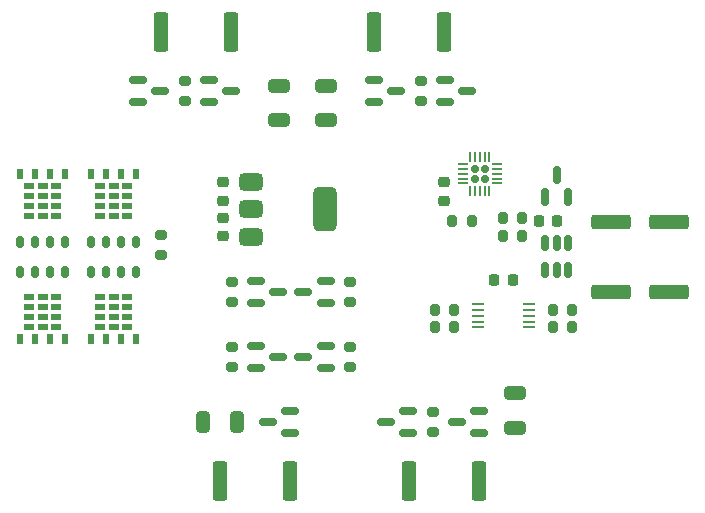
<source format=gtp>
G04 #@! TF.GenerationSoftware,KiCad,Pcbnew,9.0.1*
G04 #@! TF.CreationDate,2025-05-07T20:37:22+02:00*
G04 #@! TF.ProjectId,resistive-BMS-4s,72657369-7374-4697-9665-2d424d532d34,rev?*
G04 #@! TF.SameCoordinates,Original*
G04 #@! TF.FileFunction,Paste,Top*
G04 #@! TF.FilePolarity,Positive*
%FSLAX46Y46*%
G04 Gerber Fmt 4.6, Leading zero omitted, Abs format (unit mm)*
G04 Created by KiCad (PCBNEW 9.0.1) date 2025-05-07 20:37:22*
%MOMM*%
%LPD*%
G01*
G04 APERTURE LIST*
G04 Aperture macros list*
%AMRoundRect*
0 Rectangle with rounded corners*
0 $1 Rounding radius*
0 $2 $3 $4 $5 $6 $7 $8 $9 X,Y pos of 4 corners*
0 Add a 4 corners polygon primitive as box body*
4,1,4,$2,$3,$4,$5,$6,$7,$8,$9,$2,$3,0*
0 Add four circle primitives for the rounded corners*
1,1,$1+$1,$2,$3*
1,1,$1+$1,$4,$5*
1,1,$1+$1,$6,$7*
1,1,$1+$1,$8,$9*
0 Add four rect primitives between the rounded corners*
20,1,$1+$1,$2,$3,$4,$5,0*
20,1,$1+$1,$4,$5,$6,$7,0*
20,1,$1+$1,$6,$7,$8,$9,0*
20,1,$1+$1,$8,$9,$2,$3,0*%
G04 Aperture macros list end*
%ADD10RoundRect,0.200000X0.200000X0.275000X-0.200000X0.275000X-0.200000X-0.275000X0.200000X-0.275000X0*%
%ADD11RoundRect,0.200000X-0.200000X-0.275000X0.200000X-0.275000X0.200000X0.275000X-0.200000X0.275000X0*%
%ADD12R,0.900000X0.600000*%
%ADD13R,0.600000X0.900000*%
%ADD14RoundRect,0.150000X0.150000X0.375000X-0.150000X0.375000X-0.150000X-0.375000X0.150000X-0.375000X0*%
%ADD15RoundRect,0.150000X-0.150000X-0.375000X0.150000X-0.375000X0.150000X0.375000X-0.150000X0.375000X0*%
%ADD16R,1.100000X0.250000*%
%ADD17RoundRect,0.200000X0.275000X-0.200000X0.275000X0.200000X-0.275000X0.200000X-0.275000X-0.200000X0*%
%ADD18RoundRect,0.150000X0.587500X0.150000X-0.587500X0.150000X-0.587500X-0.150000X0.587500X-0.150000X0*%
%ADD19RoundRect,0.250000X0.362500X1.425000X-0.362500X1.425000X-0.362500X-1.425000X0.362500X-1.425000X0*%
%ADD20RoundRect,0.150000X-0.587500X-0.150000X0.587500X-0.150000X0.587500X0.150000X-0.587500X0.150000X0*%
%ADD21RoundRect,0.225000X0.250000X-0.225000X0.250000X0.225000X-0.250000X0.225000X-0.250000X-0.225000X0*%
%ADD22RoundRect,0.250000X-1.425000X0.362500X-1.425000X-0.362500X1.425000X-0.362500X1.425000X0.362500X0*%
%ADD23RoundRect,0.250000X-0.362500X-1.425000X0.362500X-1.425000X0.362500X1.425000X-0.362500X1.425000X0*%
%ADD24RoundRect,0.225000X0.225000X0.250000X-0.225000X0.250000X-0.225000X-0.250000X0.225000X-0.250000X0*%
%ADD25RoundRect,0.250000X-0.650000X0.325000X-0.650000X-0.325000X0.650000X-0.325000X0.650000X0.325000X0*%
%ADD26RoundRect,0.200000X-0.275000X0.200000X-0.275000X-0.200000X0.275000X-0.200000X0.275000X0.200000X0*%
%ADD27RoundRect,0.225000X-0.225000X-0.250000X0.225000X-0.250000X0.225000X0.250000X-0.225000X0.250000X0*%
%ADD28RoundRect,0.150000X0.150000X-0.512500X0.150000X0.512500X-0.150000X0.512500X-0.150000X-0.512500X0*%
%ADD29RoundRect,0.250000X0.650000X-0.325000X0.650000X0.325000X-0.650000X0.325000X-0.650000X-0.325000X0*%
%ADD30RoundRect,0.250000X-0.325000X-0.650000X0.325000X-0.650000X0.325000X0.650000X-0.325000X0.650000X0*%
%ADD31RoundRect,0.167500X-0.167500X-0.167500X0.167500X-0.167500X0.167500X0.167500X-0.167500X0.167500X0*%
%ADD32RoundRect,0.050000X-0.375000X-0.050000X0.375000X-0.050000X0.375000X0.050000X-0.375000X0.050000X0*%
%ADD33RoundRect,0.050000X-0.050000X-0.375000X0.050000X-0.375000X0.050000X0.375000X-0.050000X0.375000X0*%
%ADD34RoundRect,0.150000X0.150000X-0.587500X0.150000X0.587500X-0.150000X0.587500X-0.150000X-0.587500X0*%
%ADD35RoundRect,0.375000X-0.625000X-0.375000X0.625000X-0.375000X0.625000X0.375000X-0.625000X0.375000X0*%
%ADD36RoundRect,0.500000X-0.500000X-1.400000X0.500000X-1.400000X0.500000X1.400000X-0.500000X1.400000X0*%
G04 APERTURE END LIST*
D10*
X110325000Y-97000000D03*
X108675000Y-97000000D03*
D11*
X107175000Y-106000000D03*
X108825000Y-106000000D03*
D12*
X72850000Y-96550000D03*
X74000000Y-96550000D03*
X75150000Y-96550000D03*
X72850000Y-95700000D03*
X74000000Y-95700000D03*
X75150000Y-95700000D03*
X72850000Y-94850000D03*
X74000000Y-94850000D03*
X75150000Y-94850000D03*
X72850000Y-94000000D03*
X74000000Y-94000000D03*
X75150000Y-94000000D03*
D13*
X72095000Y-93000000D03*
X73365000Y-93000000D03*
X74635000Y-93000000D03*
X75905000Y-93000000D03*
D14*
X72095000Y-98725000D03*
X73365000Y-98725000D03*
X74635000Y-98725000D03*
X75905000Y-98725000D03*
D12*
X75150000Y-103450000D03*
X74000000Y-103450000D03*
X72850000Y-103450000D03*
X75150000Y-104300000D03*
X74000000Y-104300000D03*
X72850000Y-104300000D03*
X75150000Y-105150000D03*
X74000000Y-105150000D03*
X72850000Y-105150000D03*
X75150000Y-106000000D03*
X74000000Y-106000000D03*
X72850000Y-106000000D03*
D13*
X75905000Y-107000000D03*
X74635000Y-107000000D03*
X73365000Y-107000000D03*
X72095000Y-107000000D03*
D15*
X75905000Y-101275000D03*
X74635000Y-101275000D03*
X73365000Y-101275000D03*
X72095000Y-101275000D03*
D16*
X110850000Y-104000000D03*
X110850000Y-104500000D03*
X110850000Y-105000000D03*
X110850000Y-105500000D03*
X110850000Y-106000000D03*
X115150000Y-106000000D03*
X115150000Y-105500000D03*
X115150000Y-105000000D03*
X115150000Y-104500000D03*
X115150000Y-104000000D03*
D17*
X90000000Y-109325000D03*
X90000000Y-107675000D03*
D10*
X114575000Y-96750000D03*
X112925000Y-96750000D03*
X118825000Y-106000000D03*
X117175000Y-106000000D03*
D11*
X107175000Y-104500000D03*
X108825000Y-104500000D03*
D18*
X110937500Y-114950000D03*
X110937500Y-113050000D03*
X109062500Y-114000000D03*
D19*
X110962500Y-119000000D03*
X105037500Y-119000000D03*
D20*
X108062500Y-85050000D03*
X108062500Y-86950000D03*
X109937500Y-86000000D03*
D21*
X89250000Y-98275000D03*
X89250000Y-96725000D03*
D17*
X90000000Y-103825000D03*
X90000000Y-102175000D03*
D21*
X89250000Y-95275000D03*
X89250000Y-93725000D03*
D22*
X122090000Y-97037500D03*
X122090000Y-102962500D03*
D23*
X89037500Y-119000000D03*
X94962500Y-119000000D03*
D24*
X113775000Y-102000000D03*
X112225000Y-102000000D03*
D25*
X114000000Y-111525000D03*
X114000000Y-114475000D03*
D12*
X78850000Y-96550000D03*
X80000000Y-96550000D03*
X81150000Y-96550000D03*
X78850000Y-95700000D03*
X80000000Y-95700000D03*
X81150000Y-95700000D03*
X78850000Y-94850000D03*
X80000000Y-94850000D03*
X81150000Y-94850000D03*
X78850000Y-94000000D03*
X80000000Y-94000000D03*
X81150000Y-94000000D03*
D13*
X78095000Y-93000000D03*
X79365000Y-93000000D03*
X80635000Y-93000000D03*
X81905000Y-93000000D03*
D14*
X78095000Y-98725000D03*
X79365000Y-98725000D03*
X80635000Y-98725000D03*
X81905000Y-98725000D03*
D23*
X102037500Y-81000000D03*
X107962500Y-81000000D03*
D18*
X104937500Y-114950000D03*
X104937500Y-113050000D03*
X103062500Y-114000000D03*
D26*
X107000000Y-113175000D03*
X107000000Y-114825000D03*
D20*
X82062500Y-85050000D03*
X82062500Y-86950000D03*
X83937500Y-86000000D03*
D27*
X115975000Y-97000000D03*
X117525000Y-97000000D03*
D17*
X100000000Y-103825000D03*
X100000000Y-102175000D03*
D20*
X92062500Y-102050000D03*
X92062500Y-103950000D03*
X93937500Y-103000000D03*
D21*
X108000000Y-95275000D03*
X108000000Y-93725000D03*
D28*
X116550000Y-101137500D03*
X117500000Y-101137500D03*
X118450000Y-101137500D03*
X118450000Y-98862500D03*
X117500000Y-98862500D03*
X116550000Y-98862500D03*
D23*
X84037500Y-81000000D03*
X89962500Y-81000000D03*
D17*
X106000000Y-86825000D03*
X106000000Y-85175000D03*
D18*
X97937500Y-103950000D03*
X97937500Y-102050000D03*
X96062500Y-103000000D03*
D29*
X98000000Y-88475000D03*
X98000000Y-85525000D03*
D17*
X100000000Y-109325000D03*
X100000000Y-107675000D03*
D20*
X102062500Y-85050000D03*
X102062500Y-86950000D03*
X103937500Y-86000000D03*
D12*
X81150000Y-103450000D03*
X80000000Y-103450000D03*
X78850000Y-103450000D03*
X81150000Y-104300000D03*
X80000000Y-104300000D03*
X78850000Y-104300000D03*
X81150000Y-105150000D03*
X80000000Y-105150000D03*
X78850000Y-105150000D03*
X81150000Y-106000000D03*
X80000000Y-106000000D03*
X78850000Y-106000000D03*
D13*
X81905000Y-107000000D03*
X80635000Y-107000000D03*
X79365000Y-107000000D03*
X78095000Y-107000000D03*
D15*
X81905000Y-101275000D03*
X80635000Y-101275000D03*
X79365000Y-101275000D03*
X78095000Y-101275000D03*
D22*
X127000000Y-97037500D03*
X127000000Y-102962500D03*
D18*
X94937500Y-114950000D03*
X94937500Y-113050000D03*
X93062500Y-114000000D03*
D17*
X86000000Y-86825000D03*
X86000000Y-85175000D03*
D30*
X87525000Y-114000000D03*
X90475000Y-114000000D03*
D26*
X84000000Y-98175000D03*
X84000000Y-99825000D03*
D31*
X110590000Y-92590000D03*
X110590000Y-93410000D03*
X111410000Y-92590000D03*
X111410000Y-93410000D03*
D32*
X109550000Y-92200000D03*
X109550000Y-92600000D03*
X109550000Y-93000000D03*
X109550000Y-93400000D03*
X109550000Y-93800000D03*
D33*
X110200000Y-94450000D03*
X110600000Y-94450000D03*
X111000000Y-94450000D03*
X111400000Y-94450000D03*
X111800000Y-94450000D03*
D32*
X112450000Y-93800000D03*
X112450000Y-93400000D03*
X112450000Y-93000000D03*
X112450000Y-92600000D03*
X112450000Y-92200000D03*
D33*
X111800000Y-91550000D03*
X111400000Y-91550000D03*
X111000000Y-91550000D03*
X110600000Y-91550000D03*
X110200000Y-91550000D03*
D34*
X116550000Y-94937500D03*
X118450000Y-94937500D03*
X117500000Y-93062500D03*
D20*
X88062500Y-85050000D03*
X88062500Y-86950000D03*
X89937500Y-86000000D03*
D35*
X91600000Y-93700000D03*
X91600000Y-96000000D03*
D36*
X97900000Y-96000000D03*
D35*
X91600000Y-98300000D03*
D20*
X92062500Y-107550000D03*
X92062500Y-109450000D03*
X93937500Y-108500000D03*
D10*
X118825000Y-104500000D03*
X117175000Y-104500000D03*
X114575000Y-98250000D03*
X112925000Y-98250000D03*
D25*
X94000000Y-85525000D03*
X94000000Y-88475000D03*
D18*
X97937500Y-109450000D03*
X97937500Y-107550000D03*
X96062500Y-108500000D03*
M02*

</source>
